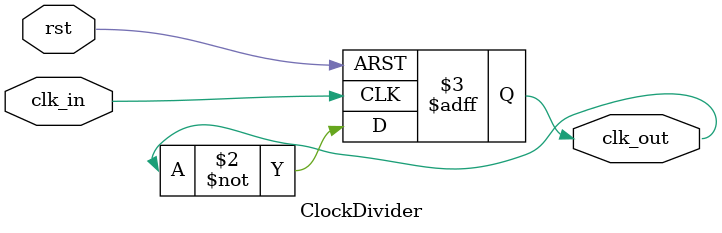
<source format=v>
module ClockDivider (
    input wire clk_in,     // Clock de entrada (rápido)
    input wire rst,        // Reset assíncrono
    output reg clk_out     // Clock dividido por 2
);

    always @(posedge clk_in or posedge rst) begin
        if (rst)
            clk_out <= 0;
        else
            clk_out <= ~clk_out; // Inverte a cada pulso -> divide por 2
    end

endmodule

</source>
